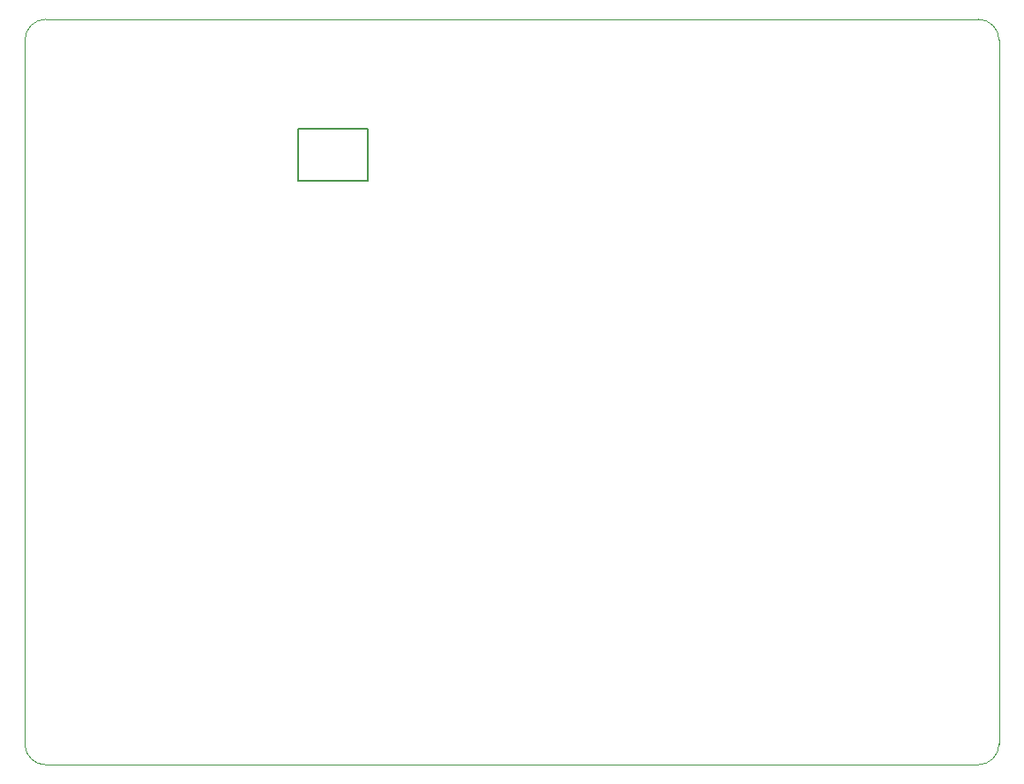
<source format=gbr>
%TF.GenerationSoftware,KiCad,Pcbnew,(6.0.10)*%
%TF.CreationDate,2023-12-11T17:02:30-05:00*%
%TF.ProjectId,Ultrasonic Sound Steering - Remote Rev. A,556c7472-6173-46f6-9e69-6320536f756e,rev?*%
%TF.SameCoordinates,Original*%
%TF.FileFunction,Profile,NP*%
%FSLAX46Y46*%
G04 Gerber Fmt 4.6, Leading zero omitted, Abs format (unit mm)*
G04 Created by KiCad (PCBNEW (6.0.10)) date 2023-12-11 17:02:30*
%MOMM*%
%LPD*%
G01*
G04 APERTURE LIST*
%TA.AperFunction,Profile*%
%ADD10C,0.100000*%
%TD*%
%TA.AperFunction,Profile*%
%ADD11C,0.200000*%
%TD*%
G04 APERTURE END LIST*
D10*
X192012500Y-114075000D02*
X102500000Y-114075000D01*
D11*
X126750000Y-52975000D02*
X133400000Y-52975000D01*
X133400000Y-52975000D02*
X133400000Y-57975000D01*
X133400000Y-57975000D02*
X126750000Y-57975000D01*
X126750000Y-57975000D02*
X126750000Y-52975000D01*
D10*
X100499935Y-112175003D02*
G75*
G03*
X102500000Y-114075000I2000065J102703D01*
G01*
X102490000Y-42504192D02*
G75*
G03*
X100500000Y-44498428I-1600J-1988408D01*
G01*
X194004207Y-44490000D02*
G75*
G03*
X192010000Y-42500000I-1988407J1600D01*
G01*
X192012500Y-114075007D02*
G75*
G03*
X194002500Y-112080786I1600J1988407D01*
G01*
X102490000Y-42504214D02*
X192010000Y-42500000D01*
X100500000Y-112175000D02*
X100500000Y-44498428D01*
X194004214Y-44490000D02*
X193997500Y-76500000D01*
X193997500Y-76500000D02*
X194002500Y-112080786D01*
M02*

</source>
